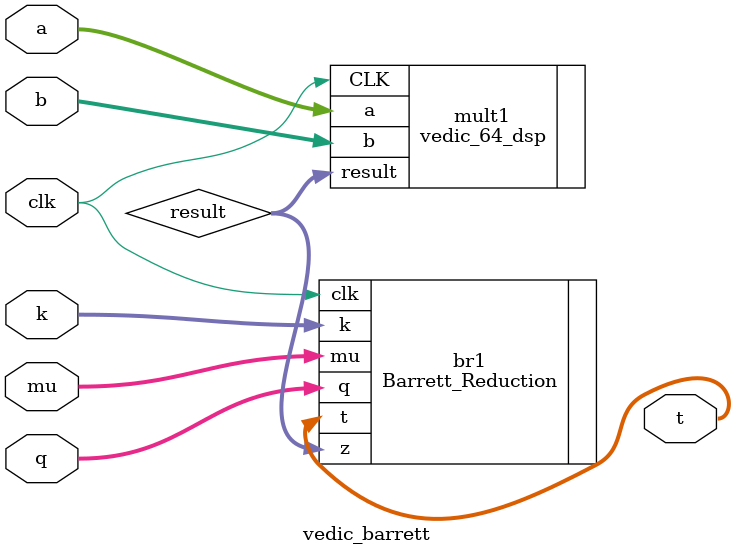
<source format=v>
`timescale 1ns / 1ps

module vedic_barrett (
    input wire clk,
    input [63:0] a,
    input [63:0] b,
    input [63:0] q,
    input [30:0] mu,
    input [7:0] k,
    output [63:0] t
);

    wire [127:0] result;

    // Instantiate modules
    vedic_64_dsp mult1 (
        .CLK(clk),    // Connect clk to the module
        .a(a[63:0]),
        .b(b[63:0]),
        .result(result[127:0])
    );

    Barrett_Reduction br1 (
        .clk(clk),    // Connect clk to the module
        .z(result[127:0]),
        .q(q[63:0]),
        .mu(mu[30:0]),
        .k(k[7:0]),
        .t(t[63:0])
    );

endmodule
</source>
